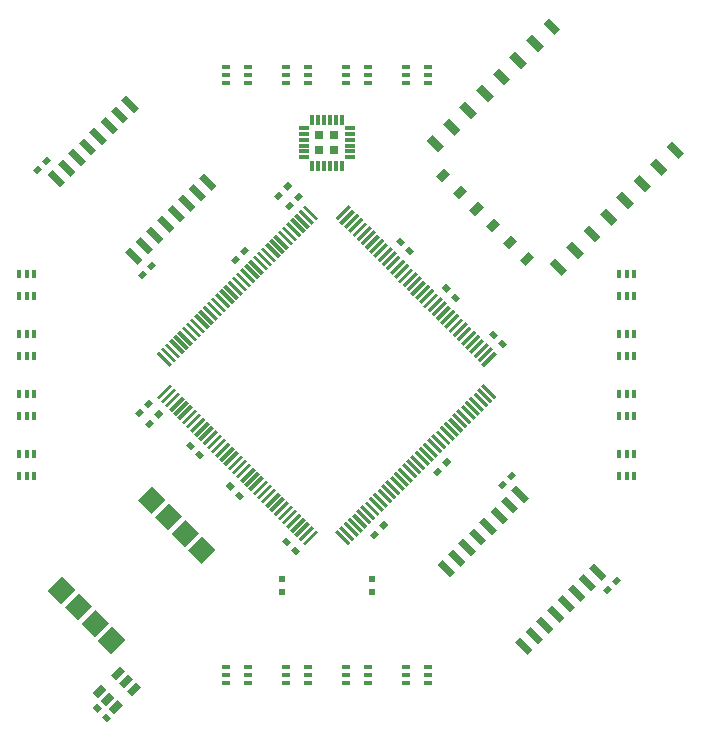
<source format=gbr>
G04 #@! TF.FileFunction,Paste,Bot*
%FSLAX46Y46*%
G04 Gerber Fmt 4.6, Leading zero omitted, Abs format (unit mm)*
G04 Created by KiCad (PCBNEW 4.0.6-e0-6349~53~ubuntu14.04.1) date Wed Mar 22 00:16:22 2017*
%MOMM*%
%LPD*%
G01*
G04 APERTURE LIST*
%ADD10C,0.100000*%
%ADD11R,0.850000X0.300000*%
%ADD12R,0.300000X0.850000*%
%ADD13R,0.780000X0.780000*%
%ADD14R,0.500000X0.600000*%
%ADD15R,0.749300X0.398780*%
%ADD16R,0.398780X0.749300*%
G04 APERTURE END LIST*
D10*
G36*
X17524136Y9958093D02*
X16817029Y9250986D01*
X16322054Y9745961D01*
X17029161Y10453068D01*
X17524136Y9958093D01*
X17524136Y9958093D01*
G37*
G36*
X16109923Y11372307D02*
X15402816Y10665200D01*
X14907841Y11160175D01*
X15614948Y11867282D01*
X16109923Y11372307D01*
X16109923Y11372307D01*
G37*
G36*
X14695709Y12786521D02*
X13988602Y12079414D01*
X13493627Y12574389D01*
X14200734Y13281496D01*
X14695709Y12786521D01*
X14695709Y12786521D01*
G37*
G36*
X13281496Y14200734D02*
X12574389Y13493627D01*
X12079414Y13988602D01*
X12786521Y14695709D01*
X13281496Y14200734D01*
X13281496Y14200734D01*
G37*
G36*
X11867282Y15614948D02*
X11160175Y14907841D01*
X10665200Y15402816D01*
X11372307Y16109923D01*
X11867282Y15614948D01*
X11867282Y15614948D01*
G37*
G36*
X10453068Y17029161D02*
X9745961Y16322054D01*
X9250986Y16817029D01*
X9958093Y17524136D01*
X10453068Y17029161D01*
X10453068Y17029161D01*
G37*
G36*
X9887383Y19362614D02*
X9392408Y18867639D01*
X8402459Y19857588D01*
X8897434Y20352563D01*
X9887383Y19362614D01*
X9887383Y19362614D01*
G37*
G36*
X11301596Y20776828D02*
X10806621Y20281853D01*
X9816672Y21271802D01*
X10311647Y21766777D01*
X11301596Y20776828D01*
X11301596Y20776828D01*
G37*
G36*
X12715810Y22191041D02*
X12220835Y21696066D01*
X11230886Y22686015D01*
X11725861Y23180990D01*
X12715810Y22191041D01*
X12715810Y22191041D01*
G37*
G36*
X14130023Y23605255D02*
X13635048Y23110280D01*
X12645099Y24100229D01*
X13140074Y24595204D01*
X14130023Y23605255D01*
X14130023Y23605255D01*
G37*
G36*
X15544237Y25019468D02*
X15049262Y24524493D01*
X14059313Y25514442D01*
X14554288Y26009417D01*
X15544237Y25019468D01*
X15544237Y25019468D01*
G37*
G36*
X16958450Y26433682D02*
X16463475Y25938707D01*
X15473526Y26928656D01*
X15968501Y27423631D01*
X16958450Y26433682D01*
X16958450Y26433682D01*
G37*
G36*
X18372664Y27847895D02*
X17877689Y27352920D01*
X16887740Y28342869D01*
X17382715Y28837844D01*
X18372664Y27847895D01*
X18372664Y27847895D01*
G37*
G36*
X19786878Y29262109D02*
X19291903Y28767134D01*
X18301954Y29757083D01*
X18796929Y30252058D01*
X19786878Y29262109D01*
X19786878Y29262109D01*
G37*
G36*
X20352563Y8897434D02*
X19857588Y8402459D01*
X18867639Y9392408D01*
X19362614Y9887383D01*
X20352563Y8897434D01*
X20352563Y8897434D01*
G37*
G36*
X21766777Y10311647D02*
X21271802Y9816672D01*
X20281853Y10806621D01*
X20776828Y11301596D01*
X21766777Y10311647D01*
X21766777Y10311647D01*
G37*
G36*
X23180990Y11725861D02*
X22686015Y11230886D01*
X21696066Y12220835D01*
X22191041Y12715810D01*
X23180990Y11725861D01*
X23180990Y11725861D01*
G37*
G36*
X24595204Y13140074D02*
X24100229Y12645099D01*
X23110280Y13635048D01*
X23605255Y14130023D01*
X24595204Y13140074D01*
X24595204Y13140074D01*
G37*
G36*
X26009417Y14554288D02*
X25514442Y14059313D01*
X24524493Y15049262D01*
X25019468Y15544237D01*
X26009417Y14554288D01*
X26009417Y14554288D01*
G37*
G36*
X27423631Y15968501D02*
X26928656Y15473526D01*
X25938707Y16463475D01*
X26433682Y16958450D01*
X27423631Y15968501D01*
X27423631Y15968501D01*
G37*
G36*
X28837844Y17382715D02*
X28342869Y16887740D01*
X27352920Y17877689D01*
X27847895Y18372664D01*
X28837844Y17382715D01*
X28837844Y17382715D01*
G37*
G36*
X30252058Y18796929D02*
X29757083Y18301954D01*
X28767134Y19291903D01*
X29262109Y19786878D01*
X30252058Y18796929D01*
X30252058Y18796929D01*
G37*
D11*
X1950000Y20935000D03*
X1950000Y20435000D03*
X1950000Y19935000D03*
X1950000Y19435000D03*
X1950000Y18935000D03*
X1950000Y18435000D03*
D12*
X1250000Y17735000D03*
X750000Y17735000D03*
X250000Y17735000D03*
X-250000Y17735000D03*
X-750000Y17735000D03*
X-1250000Y17735000D03*
D11*
X-1950000Y18435000D03*
X-1950000Y18935000D03*
X-1950000Y19435000D03*
X-1950000Y19935000D03*
X-1950000Y20435000D03*
X-1950000Y20935000D03*
D12*
X-1250000Y21635000D03*
X-750000Y21635000D03*
X-250000Y21635000D03*
X250000Y21635000D03*
X750000Y21635000D03*
X1250000Y21635000D03*
D13*
X-650000Y19035000D03*
X-650000Y20335000D03*
X650000Y19035000D03*
X650000Y20335000D03*
D10*
G36*
X-23683598Y16973155D02*
X-23259334Y17397419D01*
X-22198674Y16336759D01*
X-22622938Y15912495D01*
X-23683598Y16973155D01*
X-23683598Y16973155D01*
G37*
G36*
X-22785573Y17871181D02*
X-22361309Y18295445D01*
X-21300649Y17234785D01*
X-21724913Y16810521D01*
X-22785573Y17871181D01*
X-22785573Y17871181D01*
G37*
G36*
X-21887547Y18769206D02*
X-21463283Y19193470D01*
X-20402623Y18132810D01*
X-20826887Y17708546D01*
X-21887547Y18769206D01*
X-21887547Y18769206D01*
G37*
G36*
X-20989521Y19667232D02*
X-20565257Y20091496D01*
X-19504597Y19030836D01*
X-19928861Y18606572D01*
X-20989521Y19667232D01*
X-20989521Y19667232D01*
G37*
G36*
X-20091496Y20565257D02*
X-19667232Y20989521D01*
X-18606572Y19928861D01*
X-19030836Y19504597D01*
X-20091496Y20565257D01*
X-20091496Y20565257D01*
G37*
G36*
X-19193470Y21463283D02*
X-18769206Y21887547D01*
X-17708546Y20826887D01*
X-18132810Y20402623D01*
X-19193470Y21463283D01*
X-19193470Y21463283D01*
G37*
G36*
X-18295445Y22361309D02*
X-17871181Y22785573D01*
X-16810521Y21724913D01*
X-17234785Y21300649D01*
X-18295445Y22361309D01*
X-18295445Y22361309D01*
G37*
G36*
X-17397419Y23259334D02*
X-16973155Y23683598D01*
X-15912495Y22622938D01*
X-16336759Y22198674D01*
X-17397419Y23259334D01*
X-17397419Y23259334D01*
G37*
G36*
X-10821326Y16683241D02*
X-10397062Y17107505D01*
X-9336402Y16046845D01*
X-9760666Y15622581D01*
X-10821326Y16683241D01*
X-10821326Y16683241D01*
G37*
G36*
X-11719351Y15785215D02*
X-11295087Y16209479D01*
X-10234427Y15148819D01*
X-10658691Y14724555D01*
X-11719351Y15785215D01*
X-11719351Y15785215D01*
G37*
G36*
X-12617377Y14887190D02*
X-12193113Y15311454D01*
X-11132453Y14250794D01*
X-11556717Y13826530D01*
X-12617377Y14887190D01*
X-12617377Y14887190D01*
G37*
G36*
X-13515403Y13989164D02*
X-13091139Y14413428D01*
X-12030479Y13352768D01*
X-12454743Y12928504D01*
X-13515403Y13989164D01*
X-13515403Y13989164D01*
G37*
G36*
X-14413428Y13091139D02*
X-13989164Y13515403D01*
X-12928504Y12454743D01*
X-13352768Y12030479D01*
X-14413428Y13091139D01*
X-14413428Y13091139D01*
G37*
G36*
X-15311454Y12193113D02*
X-14887190Y12617377D01*
X-13826530Y11556717D01*
X-14250794Y11132453D01*
X-15311454Y12193113D01*
X-15311454Y12193113D01*
G37*
G36*
X-16209479Y11295087D02*
X-15785215Y11719351D01*
X-14724555Y10658691D01*
X-15148819Y10234427D01*
X-16209479Y11295087D01*
X-16209479Y11295087D01*
G37*
G36*
X-17107505Y10397062D02*
X-16683241Y10821326D01*
X-15622581Y9760666D01*
X-16046845Y9336402D01*
X-17107505Y10397062D01*
X-17107505Y10397062D01*
G37*
G36*
X-12019872Y-14565456D02*
X-13151243Y-13434085D01*
X-11949162Y-12232004D01*
X-10817791Y-13363375D01*
X-12019872Y-14565456D01*
X-12019872Y-14565456D01*
G37*
G36*
X-10605658Y-15979670D02*
X-11737029Y-14848299D01*
X-10534948Y-13646218D01*
X-9403577Y-14777589D01*
X-10605658Y-15979670D01*
X-10605658Y-15979670D01*
G37*
G36*
X-13434085Y-13151243D02*
X-14565456Y-12019872D01*
X-13363375Y-10817791D01*
X-12232004Y-11949162D01*
X-13434085Y-13151243D01*
X-13434085Y-13151243D01*
G37*
G36*
X-14848299Y-11737029D02*
X-15979670Y-10605658D01*
X-14777589Y-9403577D01*
X-13646218Y-10534948D01*
X-14848299Y-11737029D01*
X-14848299Y-11737029D01*
G37*
G36*
X-22485052Y-19373782D02*
X-23616423Y-18242411D01*
X-22414342Y-17040330D01*
X-21282971Y-18171701D01*
X-22485052Y-19373782D01*
X-22485052Y-19373782D01*
G37*
G36*
X-21070838Y-20787996D02*
X-22202209Y-19656625D01*
X-21000128Y-18454544D01*
X-19868757Y-19585915D01*
X-21070838Y-20787996D01*
X-21070838Y-20787996D01*
G37*
G36*
X-18242411Y-23616423D02*
X-19373782Y-22485052D01*
X-18171701Y-21282971D01*
X-17040330Y-22414342D01*
X-18242411Y-23616423D01*
X-18242411Y-23616423D01*
G37*
G36*
X-19656625Y-22202209D02*
X-20787996Y-21070838D01*
X-19585915Y-19868757D01*
X-18454544Y-21000128D01*
X-19656625Y-22202209D01*
X-19656625Y-22202209D01*
G37*
G36*
X14407301Y-1820800D02*
X14195169Y-2032932D01*
X13099153Y-936916D01*
X13311285Y-724784D01*
X14407301Y-1820800D01*
X14407301Y-1820800D01*
G37*
G36*
X14053748Y-2174354D02*
X13841616Y-2386486D01*
X12745600Y-1290470D01*
X12957732Y-1078338D01*
X14053748Y-2174354D01*
X14053748Y-2174354D01*
G37*
G36*
X13700194Y-2527907D02*
X13488062Y-2740039D01*
X12392046Y-1644023D01*
X12604178Y-1431891D01*
X13700194Y-2527907D01*
X13700194Y-2527907D01*
G37*
G36*
X13346641Y-2881460D02*
X13134509Y-3093592D01*
X12038493Y-1997576D01*
X12250625Y-1785444D01*
X13346641Y-2881460D01*
X13346641Y-2881460D01*
G37*
G36*
X12993087Y-3235014D02*
X12780955Y-3447146D01*
X11684939Y-2351130D01*
X11897071Y-2138998D01*
X12993087Y-3235014D01*
X12993087Y-3235014D01*
G37*
G36*
X12639534Y-3588567D02*
X12427402Y-3800699D01*
X11331386Y-2704683D01*
X11543518Y-2492551D01*
X12639534Y-3588567D01*
X12639534Y-3588567D01*
G37*
G36*
X12285981Y-3942121D02*
X12073849Y-4154253D01*
X10977833Y-3058237D01*
X11189965Y-2846105D01*
X12285981Y-3942121D01*
X12285981Y-3942121D01*
G37*
G36*
X11932427Y-4295674D02*
X11720295Y-4507806D01*
X10624279Y-3411790D01*
X10836411Y-3199658D01*
X11932427Y-4295674D01*
X11932427Y-4295674D01*
G37*
G36*
X11578874Y-4649227D02*
X11366742Y-4861359D01*
X10270726Y-3765343D01*
X10482858Y-3553211D01*
X11578874Y-4649227D01*
X11578874Y-4649227D01*
G37*
G36*
X11225320Y-5002781D02*
X11013188Y-5214913D01*
X9917172Y-4118897D01*
X10129304Y-3906765D01*
X11225320Y-5002781D01*
X11225320Y-5002781D01*
G37*
G36*
X10871767Y-5356334D02*
X10659635Y-5568466D01*
X9563619Y-4472450D01*
X9775751Y-4260318D01*
X10871767Y-5356334D01*
X10871767Y-5356334D01*
G37*
G36*
X10518214Y-5709888D02*
X10306082Y-5922020D01*
X9210066Y-4826004D01*
X9422198Y-4613872D01*
X10518214Y-5709888D01*
X10518214Y-5709888D01*
G37*
G36*
X10164660Y-6063441D02*
X9952528Y-6275573D01*
X8856512Y-5179557D01*
X9068644Y-4967425D01*
X10164660Y-6063441D01*
X10164660Y-6063441D01*
G37*
G36*
X9811107Y-6416994D02*
X9598975Y-6629126D01*
X8502959Y-5533110D01*
X8715091Y-5320978D01*
X9811107Y-6416994D01*
X9811107Y-6416994D01*
G37*
G36*
X9457553Y-6770548D02*
X9245421Y-6982680D01*
X8149405Y-5886664D01*
X8361537Y-5674532D01*
X9457553Y-6770548D01*
X9457553Y-6770548D01*
G37*
G36*
X9104000Y-7124101D02*
X8891868Y-7336233D01*
X7795852Y-6240217D01*
X8007984Y-6028085D01*
X9104000Y-7124101D01*
X9104000Y-7124101D01*
G37*
G36*
X8750447Y-7477654D02*
X8538315Y-7689786D01*
X7442299Y-6593770D01*
X7654431Y-6381638D01*
X8750447Y-7477654D01*
X8750447Y-7477654D01*
G37*
G36*
X8396893Y-7831208D02*
X8184761Y-8043340D01*
X7088745Y-6947324D01*
X7300877Y-6735192D01*
X8396893Y-7831208D01*
X8396893Y-7831208D01*
G37*
G36*
X8043340Y-8184761D02*
X7831208Y-8396893D01*
X6735192Y-7300877D01*
X6947324Y-7088745D01*
X8043340Y-8184761D01*
X8043340Y-8184761D01*
G37*
G36*
X7689786Y-8538315D02*
X7477654Y-8750447D01*
X6381638Y-7654431D01*
X6593770Y-7442299D01*
X7689786Y-8538315D01*
X7689786Y-8538315D01*
G37*
G36*
X7336233Y-8891868D02*
X7124101Y-9104000D01*
X6028085Y-8007984D01*
X6240217Y-7795852D01*
X7336233Y-8891868D01*
X7336233Y-8891868D01*
G37*
G36*
X6982680Y-9245421D02*
X6770548Y-9457553D01*
X5674532Y-8361537D01*
X5886664Y-8149405D01*
X6982680Y-9245421D01*
X6982680Y-9245421D01*
G37*
G36*
X6629126Y-9598975D02*
X6416994Y-9811107D01*
X5320978Y-8715091D01*
X5533110Y-8502959D01*
X6629126Y-9598975D01*
X6629126Y-9598975D01*
G37*
G36*
X6275573Y-9952528D02*
X6063441Y-10164660D01*
X4967425Y-9068644D01*
X5179557Y-8856512D01*
X6275573Y-9952528D01*
X6275573Y-9952528D01*
G37*
G36*
X5922020Y-10306082D02*
X5709888Y-10518214D01*
X4613872Y-9422198D01*
X4826004Y-9210066D01*
X5922020Y-10306082D01*
X5922020Y-10306082D01*
G37*
G36*
X5568466Y-10659635D02*
X5356334Y-10871767D01*
X4260318Y-9775751D01*
X4472450Y-9563619D01*
X5568466Y-10659635D01*
X5568466Y-10659635D01*
G37*
G36*
X5214913Y-11013188D02*
X5002781Y-11225320D01*
X3906765Y-10129304D01*
X4118897Y-9917172D01*
X5214913Y-11013188D01*
X5214913Y-11013188D01*
G37*
G36*
X4861359Y-11366742D02*
X4649227Y-11578874D01*
X3553211Y-10482858D01*
X3765343Y-10270726D01*
X4861359Y-11366742D01*
X4861359Y-11366742D01*
G37*
G36*
X4507806Y-11720295D02*
X4295674Y-11932427D01*
X3199658Y-10836411D01*
X3411790Y-10624279D01*
X4507806Y-11720295D01*
X4507806Y-11720295D01*
G37*
G36*
X4154253Y-12073849D02*
X3942121Y-12285981D01*
X2846105Y-11189965D01*
X3058237Y-10977833D01*
X4154253Y-12073849D01*
X4154253Y-12073849D01*
G37*
G36*
X3800699Y-12427402D02*
X3588567Y-12639534D01*
X2492551Y-11543518D01*
X2704683Y-11331386D01*
X3800699Y-12427402D01*
X3800699Y-12427402D01*
G37*
G36*
X3447146Y-12780955D02*
X3235014Y-12993087D01*
X2138998Y-11897071D01*
X2351130Y-11684939D01*
X3447146Y-12780955D01*
X3447146Y-12780955D01*
G37*
G36*
X3093592Y-13134509D02*
X2881460Y-13346641D01*
X1785444Y-12250625D01*
X1997576Y-12038493D01*
X3093592Y-13134509D01*
X3093592Y-13134509D01*
G37*
G36*
X2740039Y-13488062D02*
X2527907Y-13700194D01*
X1431891Y-12604178D01*
X1644023Y-12392046D01*
X2740039Y-13488062D01*
X2740039Y-13488062D01*
G37*
G36*
X2386486Y-13841616D02*
X2174354Y-14053748D01*
X1078338Y-12957732D01*
X1290470Y-12745600D01*
X2386486Y-13841616D01*
X2386486Y-13841616D01*
G37*
G36*
X2032932Y-14195169D02*
X1820800Y-14407301D01*
X724784Y-13311285D01*
X936916Y-13099153D01*
X2032932Y-14195169D01*
X2032932Y-14195169D01*
G37*
G36*
X-1820800Y-14407301D02*
X-2032932Y-14195169D01*
X-936916Y-13099153D01*
X-724784Y-13311285D01*
X-1820800Y-14407301D01*
X-1820800Y-14407301D01*
G37*
G36*
X-2174354Y-14053748D02*
X-2386486Y-13841616D01*
X-1290470Y-12745600D01*
X-1078338Y-12957732D01*
X-2174354Y-14053748D01*
X-2174354Y-14053748D01*
G37*
G36*
X-2527907Y-13700194D02*
X-2740039Y-13488062D01*
X-1644023Y-12392046D01*
X-1431891Y-12604178D01*
X-2527907Y-13700194D01*
X-2527907Y-13700194D01*
G37*
G36*
X-2881460Y-13346641D02*
X-3093592Y-13134509D01*
X-1997576Y-12038493D01*
X-1785444Y-12250625D01*
X-2881460Y-13346641D01*
X-2881460Y-13346641D01*
G37*
G36*
X-3235014Y-12993087D02*
X-3447146Y-12780955D01*
X-2351130Y-11684939D01*
X-2138998Y-11897071D01*
X-3235014Y-12993087D01*
X-3235014Y-12993087D01*
G37*
G36*
X-3588567Y-12639534D02*
X-3800699Y-12427402D01*
X-2704683Y-11331386D01*
X-2492551Y-11543518D01*
X-3588567Y-12639534D01*
X-3588567Y-12639534D01*
G37*
G36*
X-3942121Y-12285981D02*
X-4154253Y-12073849D01*
X-3058237Y-10977833D01*
X-2846105Y-11189965D01*
X-3942121Y-12285981D01*
X-3942121Y-12285981D01*
G37*
G36*
X-4295674Y-11932427D02*
X-4507806Y-11720295D01*
X-3411790Y-10624279D01*
X-3199658Y-10836411D01*
X-4295674Y-11932427D01*
X-4295674Y-11932427D01*
G37*
G36*
X-4649227Y-11578874D02*
X-4861359Y-11366742D01*
X-3765343Y-10270726D01*
X-3553211Y-10482858D01*
X-4649227Y-11578874D01*
X-4649227Y-11578874D01*
G37*
G36*
X-5002781Y-11225320D02*
X-5214913Y-11013188D01*
X-4118897Y-9917172D01*
X-3906765Y-10129304D01*
X-5002781Y-11225320D01*
X-5002781Y-11225320D01*
G37*
G36*
X-5356334Y-10871767D02*
X-5568466Y-10659635D01*
X-4472450Y-9563619D01*
X-4260318Y-9775751D01*
X-5356334Y-10871767D01*
X-5356334Y-10871767D01*
G37*
G36*
X-5709888Y-10518214D02*
X-5922020Y-10306082D01*
X-4826004Y-9210066D01*
X-4613872Y-9422198D01*
X-5709888Y-10518214D01*
X-5709888Y-10518214D01*
G37*
G36*
X-6063441Y-10164660D02*
X-6275573Y-9952528D01*
X-5179557Y-8856512D01*
X-4967425Y-9068644D01*
X-6063441Y-10164660D01*
X-6063441Y-10164660D01*
G37*
G36*
X-6416994Y-9811107D02*
X-6629126Y-9598975D01*
X-5533110Y-8502959D01*
X-5320978Y-8715091D01*
X-6416994Y-9811107D01*
X-6416994Y-9811107D01*
G37*
G36*
X-6770548Y-9457553D02*
X-6982680Y-9245421D01*
X-5886664Y-8149405D01*
X-5674532Y-8361537D01*
X-6770548Y-9457553D01*
X-6770548Y-9457553D01*
G37*
G36*
X-7124101Y-9104000D02*
X-7336233Y-8891868D01*
X-6240217Y-7795852D01*
X-6028085Y-8007984D01*
X-7124101Y-9104000D01*
X-7124101Y-9104000D01*
G37*
G36*
X-7477654Y-8750447D02*
X-7689786Y-8538315D01*
X-6593770Y-7442299D01*
X-6381638Y-7654431D01*
X-7477654Y-8750447D01*
X-7477654Y-8750447D01*
G37*
G36*
X-7831208Y-8396893D02*
X-8043340Y-8184761D01*
X-6947324Y-7088745D01*
X-6735192Y-7300877D01*
X-7831208Y-8396893D01*
X-7831208Y-8396893D01*
G37*
G36*
X-8184761Y-8043340D02*
X-8396893Y-7831208D01*
X-7300877Y-6735192D01*
X-7088745Y-6947324D01*
X-8184761Y-8043340D01*
X-8184761Y-8043340D01*
G37*
G36*
X-8538315Y-7689786D02*
X-8750447Y-7477654D01*
X-7654431Y-6381638D01*
X-7442299Y-6593770D01*
X-8538315Y-7689786D01*
X-8538315Y-7689786D01*
G37*
G36*
X-8891868Y-7336233D02*
X-9104000Y-7124101D01*
X-8007984Y-6028085D01*
X-7795852Y-6240217D01*
X-8891868Y-7336233D01*
X-8891868Y-7336233D01*
G37*
G36*
X-9245421Y-6982680D02*
X-9457553Y-6770548D01*
X-8361537Y-5674532D01*
X-8149405Y-5886664D01*
X-9245421Y-6982680D01*
X-9245421Y-6982680D01*
G37*
G36*
X-9598975Y-6629126D02*
X-9811107Y-6416994D01*
X-8715091Y-5320978D01*
X-8502959Y-5533110D01*
X-9598975Y-6629126D01*
X-9598975Y-6629126D01*
G37*
G36*
X-9952528Y-6275573D02*
X-10164660Y-6063441D01*
X-9068644Y-4967425D01*
X-8856512Y-5179557D01*
X-9952528Y-6275573D01*
X-9952528Y-6275573D01*
G37*
G36*
X-10306082Y-5922020D02*
X-10518214Y-5709888D01*
X-9422198Y-4613872D01*
X-9210066Y-4826004D01*
X-10306082Y-5922020D01*
X-10306082Y-5922020D01*
G37*
G36*
X-10659635Y-5568466D02*
X-10871767Y-5356334D01*
X-9775751Y-4260318D01*
X-9563619Y-4472450D01*
X-10659635Y-5568466D01*
X-10659635Y-5568466D01*
G37*
G36*
X-11013188Y-5214913D02*
X-11225320Y-5002781D01*
X-10129304Y-3906765D01*
X-9917172Y-4118897D01*
X-11013188Y-5214913D01*
X-11013188Y-5214913D01*
G37*
G36*
X-11366742Y-4861359D02*
X-11578874Y-4649227D01*
X-10482858Y-3553211D01*
X-10270726Y-3765343D01*
X-11366742Y-4861359D01*
X-11366742Y-4861359D01*
G37*
G36*
X-11720295Y-4507806D02*
X-11932427Y-4295674D01*
X-10836411Y-3199658D01*
X-10624279Y-3411790D01*
X-11720295Y-4507806D01*
X-11720295Y-4507806D01*
G37*
G36*
X-12073849Y-4154253D02*
X-12285981Y-3942121D01*
X-11189965Y-2846105D01*
X-10977833Y-3058237D01*
X-12073849Y-4154253D01*
X-12073849Y-4154253D01*
G37*
G36*
X-12427402Y-3800699D02*
X-12639534Y-3588567D01*
X-11543518Y-2492551D01*
X-11331386Y-2704683D01*
X-12427402Y-3800699D01*
X-12427402Y-3800699D01*
G37*
G36*
X-12780955Y-3447146D02*
X-12993087Y-3235014D01*
X-11897071Y-2138998D01*
X-11684939Y-2351130D01*
X-12780955Y-3447146D01*
X-12780955Y-3447146D01*
G37*
G36*
X-13134509Y-3093592D02*
X-13346641Y-2881460D01*
X-12250625Y-1785444D01*
X-12038493Y-1997576D01*
X-13134509Y-3093592D01*
X-13134509Y-3093592D01*
G37*
G36*
X-13488062Y-2740039D02*
X-13700194Y-2527907D01*
X-12604178Y-1431891D01*
X-12392046Y-1644023D01*
X-13488062Y-2740039D01*
X-13488062Y-2740039D01*
G37*
G36*
X-13841616Y-2386486D02*
X-14053748Y-2174354D01*
X-12957732Y-1078338D01*
X-12745600Y-1290470D01*
X-13841616Y-2386486D01*
X-13841616Y-2386486D01*
G37*
G36*
X-14195169Y-2032932D02*
X-14407301Y-1820800D01*
X-13311285Y-724784D01*
X-13099153Y-936916D01*
X-14195169Y-2032932D01*
X-14195169Y-2032932D01*
G37*
G36*
X-13099153Y936916D02*
X-13311285Y724784D01*
X-14407301Y1820800D01*
X-14195169Y2032932D01*
X-13099153Y936916D01*
X-13099153Y936916D01*
G37*
G36*
X-12745600Y1290470D02*
X-12957732Y1078338D01*
X-14053748Y2174354D01*
X-13841616Y2386486D01*
X-12745600Y1290470D01*
X-12745600Y1290470D01*
G37*
G36*
X-12392046Y1644023D02*
X-12604178Y1431891D01*
X-13700194Y2527907D01*
X-13488062Y2740039D01*
X-12392046Y1644023D01*
X-12392046Y1644023D01*
G37*
G36*
X-12038493Y1997576D02*
X-12250625Y1785444D01*
X-13346641Y2881460D01*
X-13134509Y3093592D01*
X-12038493Y1997576D01*
X-12038493Y1997576D01*
G37*
G36*
X-11684939Y2351130D02*
X-11897071Y2138998D01*
X-12993087Y3235014D01*
X-12780955Y3447146D01*
X-11684939Y2351130D01*
X-11684939Y2351130D01*
G37*
G36*
X-11331386Y2704683D02*
X-11543518Y2492551D01*
X-12639534Y3588567D01*
X-12427402Y3800699D01*
X-11331386Y2704683D01*
X-11331386Y2704683D01*
G37*
G36*
X-10977833Y3058237D02*
X-11189965Y2846105D01*
X-12285981Y3942121D01*
X-12073849Y4154253D01*
X-10977833Y3058237D01*
X-10977833Y3058237D01*
G37*
G36*
X-10624279Y3411790D02*
X-10836411Y3199658D01*
X-11932427Y4295674D01*
X-11720295Y4507806D01*
X-10624279Y3411790D01*
X-10624279Y3411790D01*
G37*
G36*
X-10270726Y3765343D02*
X-10482858Y3553211D01*
X-11578874Y4649227D01*
X-11366742Y4861359D01*
X-10270726Y3765343D01*
X-10270726Y3765343D01*
G37*
G36*
X-9917172Y4118897D02*
X-10129304Y3906765D01*
X-11225320Y5002781D01*
X-11013188Y5214913D01*
X-9917172Y4118897D01*
X-9917172Y4118897D01*
G37*
G36*
X-9563619Y4472450D02*
X-9775751Y4260318D01*
X-10871767Y5356334D01*
X-10659635Y5568466D01*
X-9563619Y4472450D01*
X-9563619Y4472450D01*
G37*
G36*
X-9210066Y4826004D02*
X-9422198Y4613872D01*
X-10518214Y5709888D01*
X-10306082Y5922020D01*
X-9210066Y4826004D01*
X-9210066Y4826004D01*
G37*
G36*
X-8856512Y5179557D02*
X-9068644Y4967425D01*
X-10164660Y6063441D01*
X-9952528Y6275573D01*
X-8856512Y5179557D01*
X-8856512Y5179557D01*
G37*
G36*
X-8502959Y5533110D02*
X-8715091Y5320978D01*
X-9811107Y6416994D01*
X-9598975Y6629126D01*
X-8502959Y5533110D01*
X-8502959Y5533110D01*
G37*
G36*
X-8149405Y5886664D02*
X-8361537Y5674532D01*
X-9457553Y6770548D01*
X-9245421Y6982680D01*
X-8149405Y5886664D01*
X-8149405Y5886664D01*
G37*
G36*
X-7795852Y6240217D02*
X-8007984Y6028085D01*
X-9104000Y7124101D01*
X-8891868Y7336233D01*
X-7795852Y6240217D01*
X-7795852Y6240217D01*
G37*
G36*
X-7442299Y6593770D02*
X-7654431Y6381638D01*
X-8750447Y7477654D01*
X-8538315Y7689786D01*
X-7442299Y6593770D01*
X-7442299Y6593770D01*
G37*
G36*
X-7088745Y6947324D02*
X-7300877Y6735192D01*
X-8396893Y7831208D01*
X-8184761Y8043340D01*
X-7088745Y6947324D01*
X-7088745Y6947324D01*
G37*
G36*
X-6735192Y7300877D02*
X-6947324Y7088745D01*
X-8043340Y8184761D01*
X-7831208Y8396893D01*
X-6735192Y7300877D01*
X-6735192Y7300877D01*
G37*
G36*
X-6381638Y7654431D02*
X-6593770Y7442299D01*
X-7689786Y8538315D01*
X-7477654Y8750447D01*
X-6381638Y7654431D01*
X-6381638Y7654431D01*
G37*
G36*
X-6028085Y8007984D02*
X-6240217Y7795852D01*
X-7336233Y8891868D01*
X-7124101Y9104000D01*
X-6028085Y8007984D01*
X-6028085Y8007984D01*
G37*
G36*
X-5674532Y8361537D02*
X-5886664Y8149405D01*
X-6982680Y9245421D01*
X-6770548Y9457553D01*
X-5674532Y8361537D01*
X-5674532Y8361537D01*
G37*
G36*
X-5320978Y8715091D02*
X-5533110Y8502959D01*
X-6629126Y9598975D01*
X-6416994Y9811107D01*
X-5320978Y8715091D01*
X-5320978Y8715091D01*
G37*
G36*
X-4967425Y9068644D02*
X-5179557Y8856512D01*
X-6275573Y9952528D01*
X-6063441Y10164660D01*
X-4967425Y9068644D01*
X-4967425Y9068644D01*
G37*
G36*
X-4613872Y9422198D02*
X-4826004Y9210066D01*
X-5922020Y10306082D01*
X-5709888Y10518214D01*
X-4613872Y9422198D01*
X-4613872Y9422198D01*
G37*
G36*
X-4260318Y9775751D02*
X-4472450Y9563619D01*
X-5568466Y10659635D01*
X-5356334Y10871767D01*
X-4260318Y9775751D01*
X-4260318Y9775751D01*
G37*
G36*
X-3906765Y10129304D02*
X-4118897Y9917172D01*
X-5214913Y11013188D01*
X-5002781Y11225320D01*
X-3906765Y10129304D01*
X-3906765Y10129304D01*
G37*
G36*
X-3553211Y10482858D02*
X-3765343Y10270726D01*
X-4861359Y11366742D01*
X-4649227Y11578874D01*
X-3553211Y10482858D01*
X-3553211Y10482858D01*
G37*
G36*
X-3199658Y10836411D02*
X-3411790Y10624279D01*
X-4507806Y11720295D01*
X-4295674Y11932427D01*
X-3199658Y10836411D01*
X-3199658Y10836411D01*
G37*
G36*
X-2846105Y11189965D02*
X-3058237Y10977833D01*
X-4154253Y12073849D01*
X-3942121Y12285981D01*
X-2846105Y11189965D01*
X-2846105Y11189965D01*
G37*
G36*
X-2492551Y11543518D02*
X-2704683Y11331386D01*
X-3800699Y12427402D01*
X-3588567Y12639534D01*
X-2492551Y11543518D01*
X-2492551Y11543518D01*
G37*
G36*
X-2138998Y11897071D02*
X-2351130Y11684939D01*
X-3447146Y12780955D01*
X-3235014Y12993087D01*
X-2138998Y11897071D01*
X-2138998Y11897071D01*
G37*
G36*
X-1785444Y12250625D02*
X-1997576Y12038493D01*
X-3093592Y13134509D01*
X-2881460Y13346641D01*
X-1785444Y12250625D01*
X-1785444Y12250625D01*
G37*
G36*
X-1431891Y12604178D02*
X-1644023Y12392046D01*
X-2740039Y13488062D01*
X-2527907Y13700194D01*
X-1431891Y12604178D01*
X-1431891Y12604178D01*
G37*
G36*
X-1078338Y12957732D02*
X-1290470Y12745600D01*
X-2386486Y13841616D01*
X-2174354Y14053748D01*
X-1078338Y12957732D01*
X-1078338Y12957732D01*
G37*
G36*
X-724784Y13311285D02*
X-936916Y13099153D01*
X-2032932Y14195169D01*
X-1820800Y14407301D01*
X-724784Y13311285D01*
X-724784Y13311285D01*
G37*
G36*
X936916Y13099153D02*
X724784Y13311285D01*
X1820800Y14407301D01*
X2032932Y14195169D01*
X936916Y13099153D01*
X936916Y13099153D01*
G37*
G36*
X1290470Y12745600D02*
X1078338Y12957732D01*
X2174354Y14053748D01*
X2386486Y13841616D01*
X1290470Y12745600D01*
X1290470Y12745600D01*
G37*
G36*
X1644023Y12392046D02*
X1431891Y12604178D01*
X2527907Y13700194D01*
X2740039Y13488062D01*
X1644023Y12392046D01*
X1644023Y12392046D01*
G37*
G36*
X1997576Y12038493D02*
X1785444Y12250625D01*
X2881460Y13346641D01*
X3093592Y13134509D01*
X1997576Y12038493D01*
X1997576Y12038493D01*
G37*
G36*
X2351130Y11684939D02*
X2138998Y11897071D01*
X3235014Y12993087D01*
X3447146Y12780955D01*
X2351130Y11684939D01*
X2351130Y11684939D01*
G37*
G36*
X2704683Y11331386D02*
X2492551Y11543518D01*
X3588567Y12639534D01*
X3800699Y12427402D01*
X2704683Y11331386D01*
X2704683Y11331386D01*
G37*
G36*
X3058237Y10977833D02*
X2846105Y11189965D01*
X3942121Y12285981D01*
X4154253Y12073849D01*
X3058237Y10977833D01*
X3058237Y10977833D01*
G37*
G36*
X3411790Y10624279D02*
X3199658Y10836411D01*
X4295674Y11932427D01*
X4507806Y11720295D01*
X3411790Y10624279D01*
X3411790Y10624279D01*
G37*
G36*
X3765343Y10270726D02*
X3553211Y10482858D01*
X4649227Y11578874D01*
X4861359Y11366742D01*
X3765343Y10270726D01*
X3765343Y10270726D01*
G37*
G36*
X4118897Y9917172D02*
X3906765Y10129304D01*
X5002781Y11225320D01*
X5214913Y11013188D01*
X4118897Y9917172D01*
X4118897Y9917172D01*
G37*
G36*
X4472450Y9563619D02*
X4260318Y9775751D01*
X5356334Y10871767D01*
X5568466Y10659635D01*
X4472450Y9563619D01*
X4472450Y9563619D01*
G37*
G36*
X4826004Y9210066D02*
X4613872Y9422198D01*
X5709888Y10518214D01*
X5922020Y10306082D01*
X4826004Y9210066D01*
X4826004Y9210066D01*
G37*
G36*
X5179557Y8856512D02*
X4967425Y9068644D01*
X6063441Y10164660D01*
X6275573Y9952528D01*
X5179557Y8856512D01*
X5179557Y8856512D01*
G37*
G36*
X5533110Y8502959D02*
X5320978Y8715091D01*
X6416994Y9811107D01*
X6629126Y9598975D01*
X5533110Y8502959D01*
X5533110Y8502959D01*
G37*
G36*
X5886664Y8149405D02*
X5674532Y8361537D01*
X6770548Y9457553D01*
X6982680Y9245421D01*
X5886664Y8149405D01*
X5886664Y8149405D01*
G37*
G36*
X6240217Y7795852D02*
X6028085Y8007984D01*
X7124101Y9104000D01*
X7336233Y8891868D01*
X6240217Y7795852D01*
X6240217Y7795852D01*
G37*
G36*
X6593770Y7442299D02*
X6381638Y7654431D01*
X7477654Y8750447D01*
X7689786Y8538315D01*
X6593770Y7442299D01*
X6593770Y7442299D01*
G37*
G36*
X6947324Y7088745D02*
X6735192Y7300877D01*
X7831208Y8396893D01*
X8043340Y8184761D01*
X6947324Y7088745D01*
X6947324Y7088745D01*
G37*
G36*
X7300877Y6735192D02*
X7088745Y6947324D01*
X8184761Y8043340D01*
X8396893Y7831208D01*
X7300877Y6735192D01*
X7300877Y6735192D01*
G37*
G36*
X7654431Y6381638D02*
X7442299Y6593770D01*
X8538315Y7689786D01*
X8750447Y7477654D01*
X7654431Y6381638D01*
X7654431Y6381638D01*
G37*
G36*
X8007984Y6028085D02*
X7795852Y6240217D01*
X8891868Y7336233D01*
X9104000Y7124101D01*
X8007984Y6028085D01*
X8007984Y6028085D01*
G37*
G36*
X8361537Y5674532D02*
X8149405Y5886664D01*
X9245421Y6982680D01*
X9457553Y6770548D01*
X8361537Y5674532D01*
X8361537Y5674532D01*
G37*
G36*
X8715091Y5320978D02*
X8502959Y5533110D01*
X9598975Y6629126D01*
X9811107Y6416994D01*
X8715091Y5320978D01*
X8715091Y5320978D01*
G37*
G36*
X9068644Y4967425D02*
X8856512Y5179557D01*
X9952528Y6275573D01*
X10164660Y6063441D01*
X9068644Y4967425D01*
X9068644Y4967425D01*
G37*
G36*
X9422198Y4613872D02*
X9210066Y4826004D01*
X10306082Y5922020D01*
X10518214Y5709888D01*
X9422198Y4613872D01*
X9422198Y4613872D01*
G37*
G36*
X9775751Y4260318D02*
X9563619Y4472450D01*
X10659635Y5568466D01*
X10871767Y5356334D01*
X9775751Y4260318D01*
X9775751Y4260318D01*
G37*
G36*
X10129304Y3906765D02*
X9917172Y4118897D01*
X11013188Y5214913D01*
X11225320Y5002781D01*
X10129304Y3906765D01*
X10129304Y3906765D01*
G37*
G36*
X10482858Y3553211D02*
X10270726Y3765343D01*
X11366742Y4861359D01*
X11578874Y4649227D01*
X10482858Y3553211D01*
X10482858Y3553211D01*
G37*
G36*
X10836411Y3199658D02*
X10624279Y3411790D01*
X11720295Y4507806D01*
X11932427Y4295674D01*
X10836411Y3199658D01*
X10836411Y3199658D01*
G37*
G36*
X11189965Y2846105D02*
X10977833Y3058237D01*
X12073849Y4154253D01*
X12285981Y3942121D01*
X11189965Y2846105D01*
X11189965Y2846105D01*
G37*
G36*
X11543518Y2492551D02*
X11331386Y2704683D01*
X12427402Y3800699D01*
X12639534Y3588567D01*
X11543518Y2492551D01*
X11543518Y2492551D01*
G37*
G36*
X11897071Y2138998D02*
X11684939Y2351130D01*
X12780955Y3447146D01*
X12993087Y3235014D01*
X11897071Y2138998D01*
X11897071Y2138998D01*
G37*
G36*
X12250625Y1785444D02*
X12038493Y1997576D01*
X13134509Y3093592D01*
X13346641Y2881460D01*
X12250625Y1785444D01*
X12250625Y1785444D01*
G37*
G36*
X12604178Y1431891D02*
X12392046Y1644023D01*
X13488062Y2740039D01*
X13700194Y2527907D01*
X12604178Y1431891D01*
X12604178Y1431891D01*
G37*
G36*
X12957732Y1078338D02*
X12745600Y1290470D01*
X13841616Y2386486D01*
X14053748Y2174354D01*
X12957732Y1078338D01*
X12957732Y1078338D01*
G37*
G36*
X13311285Y724784D02*
X13099153Y936916D01*
X14195169Y2032932D01*
X14407301Y1820800D01*
X13311285Y724784D01*
X13311285Y724784D01*
G37*
G36*
X23683598Y-16973155D02*
X23259334Y-17397419D01*
X22198674Y-16336759D01*
X22622938Y-15912495D01*
X23683598Y-16973155D01*
X23683598Y-16973155D01*
G37*
G36*
X22785573Y-17871181D02*
X22361309Y-18295445D01*
X21300649Y-17234785D01*
X21724913Y-16810521D01*
X22785573Y-17871181D01*
X22785573Y-17871181D01*
G37*
G36*
X21887547Y-18769206D02*
X21463283Y-19193470D01*
X20402623Y-18132810D01*
X20826887Y-17708546D01*
X21887547Y-18769206D01*
X21887547Y-18769206D01*
G37*
G36*
X20989521Y-19667232D02*
X20565257Y-20091496D01*
X19504597Y-19030836D01*
X19928861Y-18606572D01*
X20989521Y-19667232D01*
X20989521Y-19667232D01*
G37*
G36*
X20091496Y-20565257D02*
X19667232Y-20989521D01*
X18606572Y-19928861D01*
X19030836Y-19504597D01*
X20091496Y-20565257D01*
X20091496Y-20565257D01*
G37*
G36*
X19193470Y-21463283D02*
X18769206Y-21887547D01*
X17708546Y-20826887D01*
X18132810Y-20402623D01*
X19193470Y-21463283D01*
X19193470Y-21463283D01*
G37*
G36*
X18295445Y-22361309D02*
X17871181Y-22785573D01*
X16810521Y-21724913D01*
X17234785Y-21300649D01*
X18295445Y-22361309D01*
X18295445Y-22361309D01*
G37*
G36*
X17397419Y-23259334D02*
X16973155Y-23683598D01*
X15912495Y-22622938D01*
X16336759Y-22198674D01*
X17397419Y-23259334D01*
X17397419Y-23259334D01*
G37*
G36*
X10821326Y-16683241D02*
X10397062Y-17107505D01*
X9336402Y-16046845D01*
X9760666Y-15622581D01*
X10821326Y-16683241D01*
X10821326Y-16683241D01*
G37*
G36*
X11719351Y-15785215D02*
X11295087Y-16209479D01*
X10234427Y-15148819D01*
X10658691Y-14724555D01*
X11719351Y-15785215D01*
X11719351Y-15785215D01*
G37*
G36*
X12617377Y-14887190D02*
X12193113Y-15311454D01*
X11132453Y-14250794D01*
X11556717Y-13826530D01*
X12617377Y-14887190D01*
X12617377Y-14887190D01*
G37*
G36*
X13515403Y-13989164D02*
X13091139Y-14413428D01*
X12030479Y-13352768D01*
X12454743Y-12928504D01*
X13515403Y-13989164D01*
X13515403Y-13989164D01*
G37*
G36*
X14413428Y-13091139D02*
X13989164Y-13515403D01*
X12928504Y-12454743D01*
X13352768Y-12030479D01*
X14413428Y-13091139D01*
X14413428Y-13091139D01*
G37*
G36*
X15311454Y-12193113D02*
X14887190Y-12617377D01*
X13826530Y-11556717D01*
X14250794Y-11132453D01*
X15311454Y-12193113D01*
X15311454Y-12193113D01*
G37*
G36*
X16209479Y-11295087D02*
X15785215Y-11719351D01*
X14724555Y-10658691D01*
X15148819Y-10234427D01*
X16209479Y-11295087D01*
X16209479Y-11295087D01*
G37*
G36*
X17107505Y-10397062D02*
X16683241Y-10821326D01*
X15622581Y-9760666D01*
X16046845Y-9336402D01*
X17107505Y-10397062D01*
X17107505Y-10397062D01*
G37*
D14*
X3810000Y-17230000D03*
X3810000Y-18330000D03*
X-3810000Y-17230000D03*
X-3810000Y-18330000D03*
D15*
X6670040Y-26050240D03*
X6670040Y-25400000D03*
X6670040Y-24749760D03*
X8569960Y-24749760D03*
X8569960Y-25400000D03*
X8569960Y-26050240D03*
X1590040Y-26050240D03*
X1590040Y-25400000D03*
X1590040Y-24749760D03*
X3489960Y-24749760D03*
X3489960Y-25400000D03*
X3489960Y-26050240D03*
X-3489960Y-26050240D03*
X-3489960Y-25400000D03*
X-3489960Y-24749760D03*
X-1590040Y-24749760D03*
X-1590040Y-25400000D03*
X-1590040Y-26050240D03*
D16*
X-26050240Y-6670040D03*
X-25400000Y-6670040D03*
X-24749760Y-6670040D03*
X-24749760Y-8569960D03*
X-25400000Y-8569960D03*
X-26050240Y-8569960D03*
X-26050240Y-1590040D03*
X-25400000Y-1590040D03*
X-24749760Y-1590040D03*
X-24749760Y-3489960D03*
X-25400000Y-3489960D03*
X-26050240Y-3489960D03*
X-26050240Y3489960D03*
X-25400000Y3489960D03*
X-24749760Y3489960D03*
X-24749760Y1590040D03*
X-25400000Y1590040D03*
X-26050240Y1590040D03*
X-26050240Y8569960D03*
X-25400000Y8569960D03*
X-24749760Y8569960D03*
X-24749760Y6670040D03*
X-25400000Y6670040D03*
X-26050240Y6670040D03*
D15*
X-6670040Y26050240D03*
X-6670040Y25400000D03*
X-6670040Y24749760D03*
X-8569960Y24749760D03*
X-8569960Y25400000D03*
X-8569960Y26050240D03*
X-1590040Y26050240D03*
X-1590040Y25400000D03*
X-1590040Y24749760D03*
X-3489960Y24749760D03*
X-3489960Y25400000D03*
X-3489960Y26050240D03*
X3489960Y26050240D03*
X3489960Y25400000D03*
X3489960Y24749760D03*
X1590040Y24749760D03*
X1590040Y25400000D03*
X1590040Y26050240D03*
X8569960Y26050240D03*
X8569960Y25400000D03*
X8569960Y24749760D03*
X6670040Y24749760D03*
X6670040Y25400000D03*
X6670040Y26050240D03*
D16*
X26050240Y6670040D03*
X25400000Y6670040D03*
X24749760Y6670040D03*
X24749760Y8569960D03*
X25400000Y8569960D03*
X26050240Y8569960D03*
X26050240Y1590040D03*
X25400000Y1590040D03*
X24749760Y1590040D03*
X24749760Y3489960D03*
X25400000Y3489960D03*
X26050240Y3489960D03*
X26050240Y-3489960D03*
X25400000Y-3489960D03*
X24749760Y-3489960D03*
X24749760Y-1590040D03*
X25400000Y-1590040D03*
X26050240Y-1590040D03*
X26050240Y-8569960D03*
X25400000Y-8569960D03*
X24749760Y-8569960D03*
X24749760Y-6670040D03*
X25400000Y-6670040D03*
X26050240Y-6670040D03*
D10*
G36*
X5826182Y11346264D02*
X6179736Y11699818D01*
X6604000Y11275554D01*
X6250446Y10922000D01*
X5826182Y11346264D01*
X5826182Y11346264D01*
G37*
G36*
X6604000Y10568446D02*
X6957554Y10922000D01*
X7381818Y10497736D01*
X7028264Y10144182D01*
X6604000Y10568446D01*
X6604000Y10568446D01*
G37*
G36*
X-10398182Y-6774264D02*
X-10751736Y-7127818D01*
X-11176000Y-6703554D01*
X-10822446Y-6350000D01*
X-10398182Y-6774264D01*
X-10398182Y-6774264D01*
G37*
G36*
X-11176000Y-5996446D02*
X-11529554Y-6350000D01*
X-11953818Y-5925736D01*
X-11600264Y-5572182D01*
X-11176000Y-5996446D01*
X-11176000Y-5996446D01*
G37*
G36*
X-14180736Y-2905182D02*
X-13827182Y-3258736D01*
X-14251446Y-3683000D01*
X-14605000Y-3329446D01*
X-14180736Y-2905182D01*
X-14180736Y-2905182D01*
G37*
G36*
X-14958554Y-3683000D02*
X-14605000Y-4036554D01*
X-15029264Y-4460818D01*
X-15382818Y-4107264D01*
X-14958554Y-3683000D01*
X-14958554Y-3683000D01*
G37*
G36*
X-15918264Y-3571818D02*
X-16271818Y-3218264D01*
X-15847554Y-2794000D01*
X-15494000Y-3147554D01*
X-15918264Y-3571818D01*
X-15918264Y-3571818D01*
G37*
G36*
X-15140446Y-2794000D02*
X-15494000Y-2440446D01*
X-15069736Y-2016182D01*
X-14716182Y-2369736D01*
X-15140446Y-2794000D01*
X-15140446Y-2794000D01*
G37*
G36*
X-3218264Y13954182D02*
X-3571818Y14307736D01*
X-3147554Y14732000D01*
X-2794000Y14378446D01*
X-3218264Y13954182D01*
X-3218264Y13954182D01*
G37*
G36*
X-2440446Y14732000D02*
X-2794000Y15085554D01*
X-2369736Y15509818D01*
X-2016182Y15156264D01*
X-2440446Y14732000D01*
X-2440446Y14732000D01*
G37*
G36*
X-7790264Y9382182D02*
X-8143818Y9735736D01*
X-7719554Y10160000D01*
X-7366000Y9806446D01*
X-7790264Y9382182D01*
X-7790264Y9382182D01*
G37*
G36*
X-7012446Y10160000D02*
X-7366000Y10513554D01*
X-6941736Y10937818D01*
X-6588182Y10584264D01*
X-7012446Y10160000D01*
X-7012446Y10160000D01*
G37*
G36*
X-4107264Y14843182D02*
X-4460818Y15196736D01*
X-4036554Y15621000D01*
X-3683000Y15267446D01*
X-4107264Y14843182D01*
X-4107264Y14843182D01*
G37*
G36*
X-3329446Y15621000D02*
X-3683000Y15974554D01*
X-3258736Y16398818D01*
X-2905182Y16045264D01*
X-3329446Y15621000D01*
X-3329446Y15621000D01*
G37*
G36*
X10203264Y-6969182D02*
X10556818Y-7322736D01*
X10132554Y-7747000D01*
X9779000Y-7393446D01*
X10203264Y-6969182D01*
X10203264Y-6969182D01*
G37*
G36*
X9425446Y-7747000D02*
X9779000Y-8100554D01*
X9354736Y-8524818D01*
X9001182Y-8171264D01*
X9425446Y-7747000D01*
X9425446Y-7747000D01*
G37*
G36*
X4869264Y-12303182D02*
X5222818Y-12656736D01*
X4798554Y-13081000D01*
X4445000Y-12727446D01*
X4869264Y-12303182D01*
X4869264Y-12303182D01*
G37*
G36*
X4091446Y-13081000D02*
X4445000Y-13434554D01*
X4020736Y-13858818D01*
X3667182Y-13505264D01*
X4091446Y-13081000D01*
X4091446Y-13081000D01*
G37*
G36*
X13700182Y3472264D02*
X14053736Y3825818D01*
X14478000Y3401554D01*
X14124446Y3048000D01*
X13700182Y3472264D01*
X13700182Y3472264D01*
G37*
G36*
X14478000Y2694446D02*
X14831554Y3048000D01*
X15255818Y2623736D01*
X14902264Y2270182D01*
X14478000Y2694446D01*
X14478000Y2694446D01*
G37*
G36*
X-2270182Y-14902264D02*
X-2623736Y-15255818D01*
X-3048000Y-14831554D01*
X-2694446Y-14478000D01*
X-2270182Y-14902264D01*
X-2270182Y-14902264D01*
G37*
G36*
X-3048000Y-14124446D02*
X-3401554Y-14478000D01*
X-3825818Y-14053736D01*
X-3472264Y-13700182D01*
X-3048000Y-14124446D01*
X-3048000Y-14124446D01*
G37*
G36*
X9763182Y7409264D02*
X10116736Y7762818D01*
X10541000Y7338554D01*
X10187446Y6985000D01*
X9763182Y7409264D01*
X9763182Y7409264D01*
G37*
G36*
X10541000Y6631446D02*
X10894554Y6985000D01*
X11318818Y6560736D01*
X10965264Y6207182D01*
X10541000Y6631446D01*
X10541000Y6631446D01*
G37*
G36*
X-6969182Y-10203264D02*
X-7322736Y-10556818D01*
X-7747000Y-10132554D01*
X-7393446Y-9779000D01*
X-6969182Y-10203264D01*
X-6969182Y-10203264D01*
G37*
G36*
X-7747000Y-9425446D02*
X-8100554Y-9779000D01*
X-8524818Y-9354736D01*
X-8171264Y-9001182D01*
X-7747000Y-9425446D01*
X-7747000Y-9425446D01*
G37*
G36*
X-17528977Y-24615855D02*
X-17069358Y-25075474D01*
X-17818891Y-25825007D01*
X-18278510Y-25365388D01*
X-17528977Y-24615855D01*
X-17528977Y-24615855D01*
G37*
G36*
X-16857226Y-25287607D02*
X-16397607Y-25747226D01*
X-17147140Y-26496759D01*
X-17606759Y-26037140D01*
X-16857226Y-25287607D01*
X-16857226Y-25287607D01*
G37*
G36*
X-16185474Y-25959358D02*
X-15725855Y-26418977D01*
X-16475388Y-27168510D01*
X-16935007Y-26708891D01*
X-16185474Y-25959358D01*
X-16185474Y-25959358D01*
G37*
G36*
X-17741109Y-27514993D02*
X-17281490Y-27974612D01*
X-18031023Y-28724145D01*
X-18490642Y-28264526D01*
X-17741109Y-27514993D01*
X-17741109Y-27514993D01*
G37*
G36*
X-19084612Y-26171490D02*
X-18624993Y-26631109D01*
X-19374526Y-27380642D01*
X-19834145Y-26921023D01*
X-19084612Y-26171490D01*
X-19084612Y-26171490D01*
G37*
G36*
X-18412860Y-26843241D02*
X-17953241Y-27302860D01*
X-18702774Y-28052393D01*
X-19162393Y-27592774D01*
X-18412860Y-26843241D01*
X-18412860Y-26843241D01*
G37*
G36*
X-24554264Y17002182D02*
X-24907818Y17355736D01*
X-24483554Y17780000D01*
X-24130000Y17426446D01*
X-24554264Y17002182D01*
X-24554264Y17002182D01*
G37*
G36*
X-23776446Y17780000D02*
X-24130000Y18133554D01*
X-23705736Y18557818D01*
X-23352182Y18204264D01*
X-23776446Y17780000D01*
X-23776446Y17780000D01*
G37*
G36*
X24554264Y-17002182D02*
X24907818Y-17355736D01*
X24483554Y-17780000D01*
X24130000Y-17426446D01*
X24554264Y-17002182D01*
X24554264Y-17002182D01*
G37*
G36*
X23776446Y-17780000D02*
X24130000Y-18133554D01*
X23705736Y-18557818D01*
X23352182Y-18204264D01*
X23776446Y-17780000D01*
X23776446Y-17780000D01*
G37*
G36*
X-15664264Y8112182D02*
X-16017818Y8465736D01*
X-15593554Y8890000D01*
X-15240000Y8536446D01*
X-15664264Y8112182D01*
X-15664264Y8112182D01*
G37*
G36*
X-14886446Y8890000D02*
X-15240000Y9243554D01*
X-14815736Y9667818D01*
X-14462182Y9314264D01*
X-14886446Y8890000D01*
X-14886446Y8890000D01*
G37*
G36*
X15664264Y-8112182D02*
X16017818Y-8465736D01*
X15593554Y-8890000D01*
X15240000Y-8536446D01*
X15664264Y-8112182D01*
X15664264Y-8112182D01*
G37*
G36*
X14886446Y-8890000D02*
X15240000Y-9243554D01*
X14815736Y-9667818D01*
X14462182Y-9314264D01*
X14886446Y-8890000D01*
X14886446Y-8890000D01*
G37*
G36*
X-19827818Y-28150736D02*
X-19474264Y-27797182D01*
X-19050000Y-28221446D01*
X-19403554Y-28575000D01*
X-19827818Y-28150736D01*
X-19827818Y-28150736D01*
G37*
G36*
X-19050000Y-28928554D02*
X-18696446Y-28575000D01*
X-18272182Y-28999264D01*
X-18625736Y-29352818D01*
X-19050000Y-28928554D01*
X-19050000Y-28928554D01*
G37*
D15*
X-8569960Y-26050240D03*
X-8569960Y-25400000D03*
X-8569960Y-24749760D03*
X-6670040Y-24749760D03*
X-6670040Y-25400000D03*
X-6670040Y-26050240D03*
M02*

</source>
